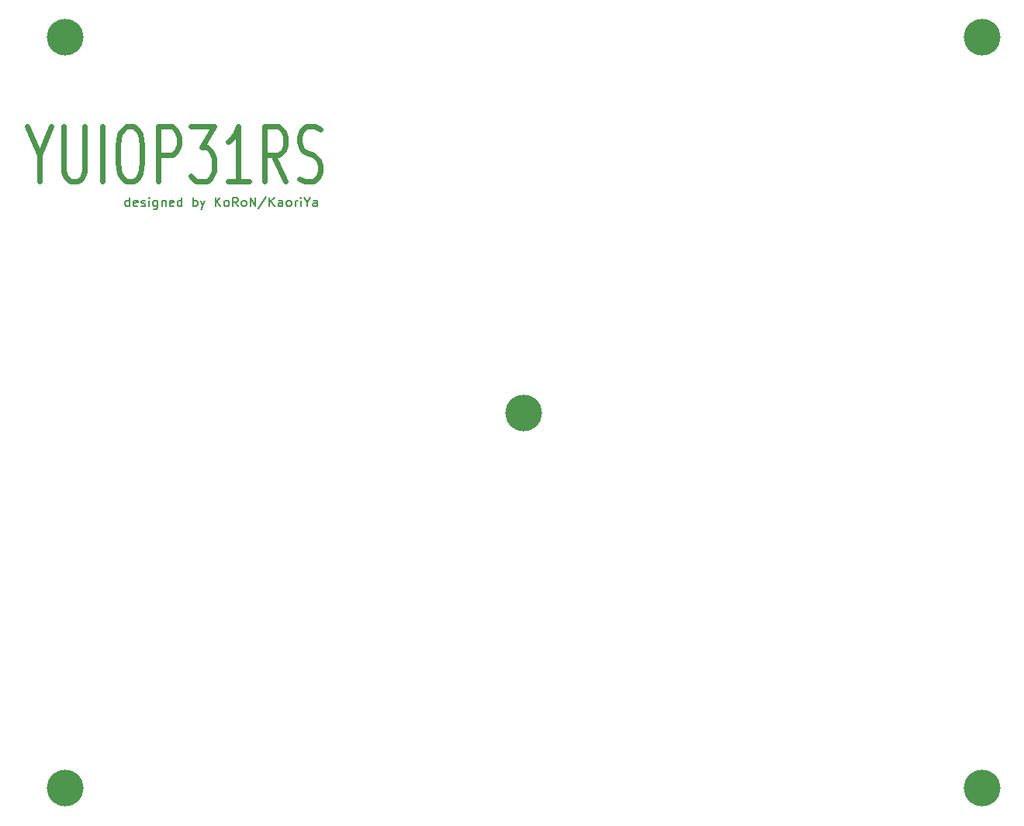
<source format=gbr>
%TF.GenerationSoftware,KiCad,Pcbnew,(5.1.9)-1*%
%TF.CreationDate,2021-05-21T21:10:52+09:00*%
%TF.ProjectId,topplate,746f7070-6c61-4746-952e-6b696361645f,1*%
%TF.SameCoordinates,Original*%
%TF.FileFunction,Soldermask,Top*%
%TF.FilePolarity,Negative*%
%FSLAX46Y46*%
G04 Gerber Fmt 4.6, Leading zero omitted, Abs format (unit mm)*
G04 Created by KiCad (PCBNEW (5.1.9)-1) date 2021-05-21 21:10:52*
%MOMM*%
%LPD*%
G01*
G04 APERTURE LIST*
%ADD10C,0.150000*%
%ADD11C,0.600000*%
%ADD12C,4.000000*%
G04 APERTURE END LIST*
D10*
X106976190Y-77452380D02*
X106976190Y-76452380D01*
X106976190Y-77404761D02*
X106880952Y-77452380D01*
X106690476Y-77452380D01*
X106595238Y-77404761D01*
X106547619Y-77357142D01*
X106500000Y-77261904D01*
X106500000Y-76976190D01*
X106547619Y-76880952D01*
X106595238Y-76833333D01*
X106690476Y-76785714D01*
X106880952Y-76785714D01*
X106976190Y-76833333D01*
X107833333Y-77404761D02*
X107738095Y-77452380D01*
X107547619Y-77452380D01*
X107452380Y-77404761D01*
X107404761Y-77309523D01*
X107404761Y-76928571D01*
X107452380Y-76833333D01*
X107547619Y-76785714D01*
X107738095Y-76785714D01*
X107833333Y-76833333D01*
X107880952Y-76928571D01*
X107880952Y-77023809D01*
X107404761Y-77119047D01*
X108261904Y-77404761D02*
X108357142Y-77452380D01*
X108547619Y-77452380D01*
X108642857Y-77404761D01*
X108690476Y-77309523D01*
X108690476Y-77261904D01*
X108642857Y-77166666D01*
X108547619Y-77119047D01*
X108404761Y-77119047D01*
X108309523Y-77071428D01*
X108261904Y-76976190D01*
X108261904Y-76928571D01*
X108309523Y-76833333D01*
X108404761Y-76785714D01*
X108547619Y-76785714D01*
X108642857Y-76833333D01*
X109119047Y-77452380D02*
X109119047Y-76785714D01*
X109119047Y-76452380D02*
X109071428Y-76500000D01*
X109119047Y-76547619D01*
X109166666Y-76500000D01*
X109119047Y-76452380D01*
X109119047Y-76547619D01*
X110023809Y-76785714D02*
X110023809Y-77595238D01*
X109976190Y-77690476D01*
X109928571Y-77738095D01*
X109833333Y-77785714D01*
X109690476Y-77785714D01*
X109595238Y-77738095D01*
X110023809Y-77404761D02*
X109928571Y-77452380D01*
X109738095Y-77452380D01*
X109642857Y-77404761D01*
X109595238Y-77357142D01*
X109547619Y-77261904D01*
X109547619Y-76976190D01*
X109595238Y-76880952D01*
X109642857Y-76833333D01*
X109738095Y-76785714D01*
X109928571Y-76785714D01*
X110023809Y-76833333D01*
X110500000Y-76785714D02*
X110500000Y-77452380D01*
X110500000Y-76880952D02*
X110547619Y-76833333D01*
X110642857Y-76785714D01*
X110785714Y-76785714D01*
X110880952Y-76833333D01*
X110928571Y-76928571D01*
X110928571Y-77452380D01*
X111785714Y-77404761D02*
X111690476Y-77452380D01*
X111500000Y-77452380D01*
X111404761Y-77404761D01*
X111357142Y-77309523D01*
X111357142Y-76928571D01*
X111404761Y-76833333D01*
X111500000Y-76785714D01*
X111690476Y-76785714D01*
X111785714Y-76833333D01*
X111833333Y-76928571D01*
X111833333Y-77023809D01*
X111357142Y-77119047D01*
X112690476Y-77452380D02*
X112690476Y-76452380D01*
X112690476Y-77404761D02*
X112595238Y-77452380D01*
X112404761Y-77452380D01*
X112309523Y-77404761D01*
X112261904Y-77357142D01*
X112214285Y-77261904D01*
X112214285Y-76976190D01*
X112261904Y-76880952D01*
X112309523Y-76833333D01*
X112404761Y-76785714D01*
X112595238Y-76785714D01*
X112690476Y-76833333D01*
X113928571Y-77452380D02*
X113928571Y-76452380D01*
X113928571Y-76833333D02*
X114023809Y-76785714D01*
X114214285Y-76785714D01*
X114309523Y-76833333D01*
X114357142Y-76880952D01*
X114404761Y-76976190D01*
X114404761Y-77261904D01*
X114357142Y-77357142D01*
X114309523Y-77404761D01*
X114214285Y-77452380D01*
X114023809Y-77452380D01*
X113928571Y-77404761D01*
X114738095Y-76785714D02*
X114976190Y-77452380D01*
X115214285Y-76785714D02*
X114976190Y-77452380D01*
X114880952Y-77690476D01*
X114833333Y-77738095D01*
X114738095Y-77785714D01*
X116357142Y-77452380D02*
X116357142Y-76452380D01*
X116928571Y-77452380D02*
X116500000Y-76880952D01*
X116928571Y-76452380D02*
X116357142Y-77023809D01*
X117500000Y-77452380D02*
X117404761Y-77404761D01*
X117357142Y-77357142D01*
X117309523Y-77261904D01*
X117309523Y-76976190D01*
X117357142Y-76880952D01*
X117404761Y-76833333D01*
X117500000Y-76785714D01*
X117642857Y-76785714D01*
X117738095Y-76833333D01*
X117785714Y-76880952D01*
X117833333Y-76976190D01*
X117833333Y-77261904D01*
X117785714Y-77357142D01*
X117738095Y-77404761D01*
X117642857Y-77452380D01*
X117500000Y-77452380D01*
X118833333Y-77452380D02*
X118500000Y-76976190D01*
X118261904Y-77452380D02*
X118261904Y-76452380D01*
X118642857Y-76452380D01*
X118738095Y-76500000D01*
X118785714Y-76547619D01*
X118833333Y-76642857D01*
X118833333Y-76785714D01*
X118785714Y-76880952D01*
X118738095Y-76928571D01*
X118642857Y-76976190D01*
X118261904Y-76976190D01*
X119404761Y-77452380D02*
X119309523Y-77404761D01*
X119261904Y-77357142D01*
X119214285Y-77261904D01*
X119214285Y-76976190D01*
X119261904Y-76880952D01*
X119309523Y-76833333D01*
X119404761Y-76785714D01*
X119547619Y-76785714D01*
X119642857Y-76833333D01*
X119690476Y-76880952D01*
X119738095Y-76976190D01*
X119738095Y-77261904D01*
X119690476Y-77357142D01*
X119642857Y-77404761D01*
X119547619Y-77452380D01*
X119404761Y-77452380D01*
X120166666Y-77452380D02*
X120166666Y-76452380D01*
X120738095Y-77452380D01*
X120738095Y-76452380D01*
X121928571Y-76404761D02*
X121071428Y-77690476D01*
X122261904Y-77452380D02*
X122261904Y-76452380D01*
X122833333Y-77452380D02*
X122404761Y-76880952D01*
X122833333Y-76452380D02*
X122261904Y-77023809D01*
X123690476Y-77452380D02*
X123690476Y-76928571D01*
X123642857Y-76833333D01*
X123547619Y-76785714D01*
X123357142Y-76785714D01*
X123261904Y-76833333D01*
X123690476Y-77404761D02*
X123595238Y-77452380D01*
X123357142Y-77452380D01*
X123261904Y-77404761D01*
X123214285Y-77309523D01*
X123214285Y-77214285D01*
X123261904Y-77119047D01*
X123357142Y-77071428D01*
X123595238Y-77071428D01*
X123690476Y-77023809D01*
X124309523Y-77452380D02*
X124214285Y-77404761D01*
X124166666Y-77357142D01*
X124119047Y-77261904D01*
X124119047Y-76976190D01*
X124166666Y-76880952D01*
X124214285Y-76833333D01*
X124309523Y-76785714D01*
X124452380Y-76785714D01*
X124547619Y-76833333D01*
X124595238Y-76880952D01*
X124642857Y-76976190D01*
X124642857Y-77261904D01*
X124595238Y-77357142D01*
X124547619Y-77404761D01*
X124452380Y-77452380D01*
X124309523Y-77452380D01*
X125071428Y-77452380D02*
X125071428Y-76785714D01*
X125071428Y-76976190D02*
X125119047Y-76880952D01*
X125166666Y-76833333D01*
X125261904Y-76785714D01*
X125357142Y-76785714D01*
X125690476Y-77452380D02*
X125690476Y-76785714D01*
X125690476Y-76452380D02*
X125642857Y-76500000D01*
X125690476Y-76547619D01*
X125738095Y-76500000D01*
X125690476Y-76452380D01*
X125690476Y-76547619D01*
X126357142Y-76976190D02*
X126357142Y-77452380D01*
X126023809Y-76452380D02*
X126357142Y-76976190D01*
X126690476Y-76452380D01*
X127452380Y-77452380D02*
X127452380Y-76928571D01*
X127404761Y-76833333D01*
X127309523Y-76785714D01*
X127119047Y-76785714D01*
X127023809Y-76833333D01*
X127452380Y-77404761D02*
X127357142Y-77452380D01*
X127119047Y-77452380D01*
X127023809Y-77404761D01*
X126976190Y-77309523D01*
X126976190Y-77214285D01*
X127023809Y-77119047D01*
X127119047Y-77071428D01*
X127357142Y-77071428D01*
X127452380Y-77023809D01*
D11*
X97142857Y-71857142D02*
X97142857Y-74714285D01*
X95809523Y-68714285D02*
X97142857Y-71857142D01*
X98476190Y-68714285D01*
X99809523Y-68714285D02*
X99809523Y-73571428D01*
X100000000Y-74142857D01*
X100190476Y-74428571D01*
X100571428Y-74714285D01*
X101333333Y-74714285D01*
X101714285Y-74428571D01*
X101904761Y-74142857D01*
X102095238Y-73571428D01*
X102095238Y-68714285D01*
X104000000Y-74714285D02*
X104000000Y-68714285D01*
X106666666Y-68714285D02*
X107428571Y-68714285D01*
X107809523Y-69000000D01*
X108190476Y-69571428D01*
X108380952Y-70714285D01*
X108380952Y-72714285D01*
X108190476Y-73857142D01*
X107809523Y-74428571D01*
X107428571Y-74714285D01*
X106666666Y-74714285D01*
X106285714Y-74428571D01*
X105904761Y-73857142D01*
X105714285Y-72714285D01*
X105714285Y-70714285D01*
X105904761Y-69571428D01*
X106285714Y-69000000D01*
X106666666Y-68714285D01*
X110095238Y-74714285D02*
X110095238Y-68714285D01*
X111619047Y-68714285D01*
X112000000Y-69000000D01*
X112190476Y-69285714D01*
X112380952Y-69857142D01*
X112380952Y-70714285D01*
X112190476Y-71285714D01*
X112000000Y-71571428D01*
X111619047Y-71857142D01*
X110095238Y-71857142D01*
X113714285Y-68714285D02*
X116190476Y-68714285D01*
X114857142Y-71000000D01*
X115428571Y-71000000D01*
X115809523Y-71285714D01*
X116000000Y-71571428D01*
X116190476Y-72142857D01*
X116190476Y-73571428D01*
X116000000Y-74142857D01*
X115809523Y-74428571D01*
X115428571Y-74714285D01*
X114285714Y-74714285D01*
X113904761Y-74428571D01*
X113714285Y-74142857D01*
X120000000Y-74714285D02*
X117714285Y-74714285D01*
X118857142Y-74714285D02*
X118857142Y-68714285D01*
X118476190Y-69571428D01*
X118095238Y-70142857D01*
X117714285Y-70428571D01*
X124000000Y-74714285D02*
X122666666Y-71857142D01*
X121714285Y-74714285D02*
X121714285Y-68714285D01*
X123238095Y-68714285D01*
X123619047Y-69000000D01*
X123809523Y-69285714D01*
X124000000Y-69857142D01*
X124000000Y-70714285D01*
X123809523Y-71285714D01*
X123619047Y-71571428D01*
X123238095Y-71857142D01*
X121714285Y-71857142D01*
X125523809Y-74428571D02*
X126095238Y-74714285D01*
X127047619Y-74714285D01*
X127428571Y-74428571D01*
X127619047Y-74142857D01*
X127809523Y-73571428D01*
X127809523Y-73000000D01*
X127619047Y-72428571D01*
X127428571Y-72142857D01*
X127047619Y-71857142D01*
X126285714Y-71571428D01*
X125904761Y-71285714D01*
X125714285Y-71000000D01*
X125523809Y-70428571D01*
X125523809Y-69857142D01*
X125714285Y-69285714D01*
X125904761Y-69000000D01*
X126285714Y-68714285D01*
X127238095Y-68714285D01*
X127809523Y-69000000D01*
D12*
%TO.C,HOLE5*%
X150000000Y-100000000D03*
%TD*%
%TO.C,HOLE4*%
X200000000Y-141000000D03*
%TD*%
%TO.C,HOLE3*%
X100000000Y-141000000D03*
%TD*%
%TO.C,HOLE2*%
X200000000Y-59000000D03*
%TD*%
%TO.C,HOLE1*%
X100000000Y-59000000D03*
%TD*%
M02*

</source>
